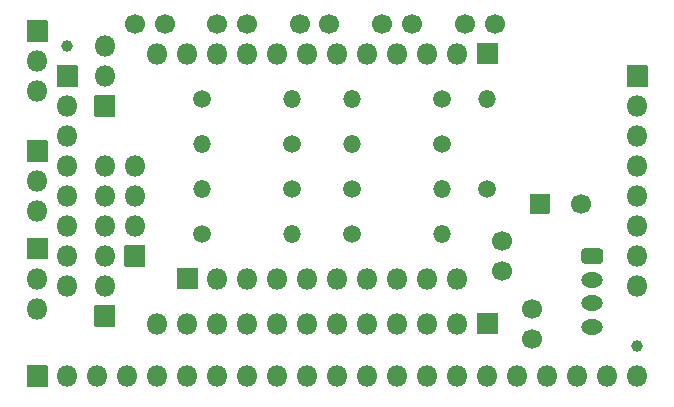
<source format=gts>
G04 #@! TF.GenerationSoftware,KiCad,Pcbnew,(5.1.10)-1*
G04 #@! TF.CreationDate,2021-08-26T20:40:18+02:00*
G04 #@! TF.ProjectId,JuntekOnSteroidsTTGO,4a756e74-656b-44f6-9e53-7465726f6964,2.5*
G04 #@! TF.SameCoordinates,PX5b716c8PY5b716c8*
G04 #@! TF.FileFunction,Soldermask,Top*
G04 #@! TF.FilePolarity,Negative*
%FSLAX46Y46*%
G04 Gerber Fmt 4.6, Leading zero omitted, Abs format (unit mm)*
G04 Created by KiCad (PCBNEW (5.1.10)-1) date 2021-08-26 20:40:18*
%MOMM*%
%LPD*%
G01*
G04 APERTURE LIST*
%ADD10O,1.800000X1.800000*%
%ADD11O,1.850000X1.300000*%
%ADD12O,1.500000X1.500000*%
%ADD13C,1.500000*%
%ADD14C,1.700000*%
%ADD15C,1.000000*%
G04 APERTURE END LIST*
D10*
G04 #@! TO.C,J61*
X10795000Y33020000D03*
X10795000Y30480000D03*
G36*
G01*
X11695000Y28790000D02*
X11695000Y27090000D01*
G75*
G02*
X11645000Y27040000I-50000J0D01*
G01*
X9945000Y27040000D01*
G75*
G02*
X9895000Y27090000I0J50000D01*
G01*
X9895000Y28790000D01*
G75*
G02*
X9945000Y28840000I50000J0D01*
G01*
X11645000Y28840000D01*
G75*
G02*
X11695000Y28790000I0J-50000D01*
G01*
G37*
G04 #@! TD*
G04 #@! TO.C,J12*
X5080000Y10795000D03*
X5080000Y13335000D03*
G36*
G01*
X5980000Y16725000D02*
X5980000Y15025000D01*
G75*
G02*
X5930000Y14975000I-50000J0D01*
G01*
X4230000Y14975000D01*
G75*
G02*
X4180000Y15025000I0J50000D01*
G01*
X4180000Y16725000D01*
G75*
G02*
X4230000Y16775000I50000J0D01*
G01*
X5930000Y16775000D01*
G75*
G02*
X5980000Y16725000I0J-50000D01*
G01*
G37*
G04 #@! TD*
G04 #@! TO.C,J22*
X10795000Y12700000D03*
G36*
G01*
X11695000Y11010000D02*
X11695000Y9310000D01*
G75*
G02*
X11645000Y9260000I-50000J0D01*
G01*
X9945000Y9260000D01*
G75*
G02*
X9895000Y9310000I0J50000D01*
G01*
X9895000Y11010000D01*
G75*
G02*
X9945000Y11060000I50000J0D01*
G01*
X11645000Y11060000D01*
G75*
G02*
X11695000Y11010000I0J-50000D01*
G01*
G37*
G04 #@! TD*
G04 #@! TO.C,J21*
X10795000Y22860000D03*
X13335000Y22860000D03*
X10795000Y20320000D03*
X13335000Y20320000D03*
X10795000Y17780000D03*
X13335000Y17780000D03*
X10795000Y15240000D03*
G36*
G01*
X14235000Y16090000D02*
X14235000Y14390000D01*
G75*
G02*
X14185000Y14340000I-50000J0D01*
G01*
X12485000Y14340000D01*
G75*
G02*
X12435000Y14390000I0J50000D01*
G01*
X12435000Y16090000D01*
G75*
G02*
X12485000Y16140000I50000J0D01*
G01*
X14185000Y16140000D01*
G75*
G02*
X14235000Y16090000I0J-50000D01*
G01*
G37*
G04 #@! TD*
G04 #@! TO.C,J11*
X5080000Y19050000D03*
X5080000Y21590000D03*
G36*
G01*
X5980000Y24980000D02*
X5980000Y23280000D01*
G75*
G02*
X5930000Y23230000I-50000J0D01*
G01*
X4230000Y23230000D01*
G75*
G02*
X4180000Y23280000I0J50000D01*
G01*
X4180000Y24980000D01*
G75*
G02*
X4230000Y25030000I50000J0D01*
G01*
X5930000Y25030000D01*
G75*
G02*
X5980000Y24980000I0J-50000D01*
G01*
G37*
G04 #@! TD*
D11*
G04 #@! TO.C,J7*
X52070000Y9240000D03*
X52070000Y11240000D03*
X52070000Y13240000D03*
G36*
G01*
X51415832Y15890000D02*
X52724168Y15890000D01*
G75*
G02*
X52995000Y15619168I0J-270832D01*
G01*
X52995000Y14860832D01*
G75*
G02*
X52724168Y14590000I-270832J0D01*
G01*
X51415832Y14590000D01*
G75*
G02*
X51145000Y14860832I0J270832D01*
G01*
X51145000Y15619168D01*
G75*
G02*
X51415832Y15890000I270832J0D01*
G01*
G37*
G04 #@! TD*
D10*
G04 #@! TO.C,J10*
X40640000Y13335000D03*
X38100000Y13335000D03*
X35560000Y13335000D03*
X33020000Y13335000D03*
X30480000Y13335000D03*
X27940000Y13335000D03*
X25400000Y13335000D03*
X22860000Y13335000D03*
X20320000Y13335000D03*
G36*
G01*
X18630000Y12435000D02*
X16930000Y12435000D01*
G75*
G02*
X16880000Y12485000I0J50000D01*
G01*
X16880000Y14185000D01*
G75*
G02*
X16930000Y14235000I50000J0D01*
G01*
X18630000Y14235000D01*
G75*
G02*
X18680000Y14185000I0J-50000D01*
G01*
X18680000Y12485000D01*
G75*
G02*
X18630000Y12435000I-50000J0D01*
G01*
G37*
G04 #@! TD*
D12*
G04 #@! TO.C,R13*
X39370000Y20955000D03*
D13*
X31750000Y20955000D03*
G04 #@! TD*
D14*
G04 #@! TO.C,C6*
X46990000Y10755000D03*
X46990000Y8255000D03*
G04 #@! TD*
G04 #@! TO.C,C5*
X13375000Y34925000D03*
X15875000Y34925000D03*
G04 #@! TD*
D10*
G04 #@! TO.C,J30*
X55880000Y5080000D03*
X53340000Y5080000D03*
X50800000Y5080000D03*
X48260000Y5080000D03*
X45720000Y5080000D03*
X43180000Y5080000D03*
X40640000Y5080000D03*
X38100000Y5080000D03*
X35560000Y5080000D03*
X33020000Y5080000D03*
X30480000Y5080000D03*
X27940000Y5080000D03*
X25400000Y5080000D03*
X22860000Y5080000D03*
X20320000Y5080000D03*
X17780000Y5080000D03*
X15240000Y5080000D03*
X12700000Y5080000D03*
X10160000Y5080000D03*
X7620000Y5080000D03*
G36*
G01*
X4230000Y5980000D02*
X5930000Y5980000D01*
G75*
G02*
X5980000Y5930000I0J-50000D01*
G01*
X5980000Y4230000D01*
G75*
G02*
X5930000Y4180000I-50000J0D01*
G01*
X4230000Y4180000D01*
G75*
G02*
X4180000Y4230000I0J50000D01*
G01*
X4180000Y5930000D01*
G75*
G02*
X4230000Y5980000I50000J0D01*
G01*
G37*
G04 #@! TD*
D12*
G04 #@! TO.C,R20*
X26670000Y28575000D03*
D13*
X19050000Y28575000D03*
G04 #@! TD*
D12*
G04 #@! TO.C,R18*
X26670000Y17145000D03*
D13*
X19050000Y17145000D03*
G04 #@! TD*
D12*
G04 #@! TO.C,R17*
X39370000Y17145000D03*
D13*
X31750000Y17145000D03*
G04 #@! TD*
D12*
G04 #@! TO.C,R16*
X19050000Y20955000D03*
D13*
X26670000Y20955000D03*
G04 #@! TD*
D12*
G04 #@! TO.C,R15*
X43180000Y28575000D03*
D13*
X43180000Y20955000D03*
G04 #@! TD*
D12*
G04 #@! TO.C,R12*
X31750000Y28575000D03*
D13*
X39370000Y28575000D03*
G04 #@! TD*
D12*
G04 #@! TO.C,R11*
X31750000Y24765000D03*
D13*
X39370000Y24765000D03*
G04 #@! TD*
D14*
G04 #@! TO.C,C3*
X36790000Y34925000D03*
X34290000Y34925000D03*
G04 #@! TD*
G04 #@! TO.C,C2*
X27305000Y34925000D03*
X29805000Y34925000D03*
G04 #@! TD*
G04 #@! TO.C,C1*
X22820000Y34925000D03*
X20320000Y34925000D03*
G04 #@! TD*
D12*
G04 #@! TO.C,R14*
X19050000Y24765000D03*
D13*
X26670000Y24765000D03*
G04 #@! TD*
D10*
G04 #@! TO.C,J6*
X5080000Y29210000D03*
X5080000Y31750000D03*
G36*
G01*
X5980000Y35140000D02*
X5980000Y33440000D01*
G75*
G02*
X5930000Y33390000I-50000J0D01*
G01*
X4230000Y33390000D01*
G75*
G02*
X4180000Y33440000I0J50000D01*
G01*
X4180000Y35140000D01*
G75*
G02*
X4230000Y35190000I50000J0D01*
G01*
X5930000Y35190000D01*
G75*
G02*
X5980000Y35140000I0J-50000D01*
G01*
G37*
G04 #@! TD*
D14*
G04 #@! TO.C,C8*
X44450000Y14010000D03*
X44450000Y16510000D03*
G04 #@! TD*
G04 #@! TO.C,C4*
X41315000Y34925000D03*
X43815000Y34925000D03*
G04 #@! TD*
G04 #@! TO.C,C7*
X51125000Y19685000D03*
G36*
G01*
X46775000Y18885000D02*
X46775000Y20485000D01*
G75*
G02*
X46825000Y20535000I50000J0D01*
G01*
X48425000Y20535000D01*
G75*
G02*
X48475000Y20485000I0J-50000D01*
G01*
X48475000Y18885000D01*
G75*
G02*
X48425000Y18835000I-50000J0D01*
G01*
X46825000Y18835000D01*
G75*
G02*
X46775000Y18885000I0J50000D01*
G01*
G37*
G04 #@! TD*
D15*
G04 #@! TO.C,FID3*
X55880000Y7620000D03*
G04 #@! TD*
G04 #@! TO.C,FID1*
X7620000Y33020000D03*
G04 #@! TD*
D10*
G04 #@! TO.C,J5*
X15240000Y9525000D03*
X17780000Y9525000D03*
X20320000Y9525000D03*
X22860000Y9525000D03*
X25400000Y9525000D03*
X27940000Y9525000D03*
X30480000Y9525000D03*
X33020000Y9525000D03*
X35560000Y9525000D03*
X38100000Y9525000D03*
X40640000Y9525000D03*
G36*
G01*
X42330000Y10425000D02*
X44030000Y10425000D01*
G75*
G02*
X44080000Y10375000I0J-50000D01*
G01*
X44080000Y8675000D01*
G75*
G02*
X44030000Y8625000I-50000J0D01*
G01*
X42330000Y8625000D01*
G75*
G02*
X42280000Y8675000I0J50000D01*
G01*
X42280000Y10375000D01*
G75*
G02*
X42330000Y10425000I50000J0D01*
G01*
G37*
G04 #@! TD*
G04 #@! TO.C,J4*
X15240000Y32385000D03*
X17780000Y32385000D03*
X20320000Y32385000D03*
X22860000Y32385000D03*
X25400000Y32385000D03*
X27940000Y32385000D03*
X30480000Y32385000D03*
X33020000Y32385000D03*
X35560000Y32385000D03*
X38100000Y32385000D03*
X40640000Y32385000D03*
G36*
G01*
X42330000Y33285000D02*
X44030000Y33285000D01*
G75*
G02*
X44080000Y33235000I0J-50000D01*
G01*
X44080000Y31535000D01*
G75*
G02*
X44030000Y31485000I-50000J0D01*
G01*
X42330000Y31485000D01*
G75*
G02*
X42280000Y31535000I0J50000D01*
G01*
X42280000Y33235000D01*
G75*
G02*
X42330000Y33285000I50000J0D01*
G01*
G37*
G04 #@! TD*
G04 #@! TO.C,J2*
X55880000Y12700000D03*
X55880000Y15240000D03*
X55880000Y17780000D03*
X55880000Y20320000D03*
X55880000Y22860000D03*
X55880000Y25400000D03*
X55880000Y27940000D03*
G36*
G01*
X56780000Y31330000D02*
X56780000Y29630000D01*
G75*
G02*
X56730000Y29580000I-50000J0D01*
G01*
X55030000Y29580000D01*
G75*
G02*
X54980000Y29630000I0J50000D01*
G01*
X54980000Y31330000D01*
G75*
G02*
X55030000Y31380000I50000J0D01*
G01*
X56730000Y31380000D01*
G75*
G02*
X56780000Y31330000I0J-50000D01*
G01*
G37*
G04 #@! TD*
G04 #@! TO.C,J1*
X7620000Y12700000D03*
X7620000Y15240000D03*
X7620000Y17780000D03*
X7620000Y20320000D03*
X7620000Y22860000D03*
X7620000Y25400000D03*
X7620000Y27940000D03*
G36*
G01*
X8520000Y31330000D02*
X8520000Y29630000D01*
G75*
G02*
X8470000Y29580000I-50000J0D01*
G01*
X6770000Y29580000D01*
G75*
G02*
X6720000Y29630000I0J50000D01*
G01*
X6720000Y31330000D01*
G75*
G02*
X6770000Y31380000I50000J0D01*
G01*
X8470000Y31380000D01*
G75*
G02*
X8520000Y31330000I0J-50000D01*
G01*
G37*
G04 #@! TD*
M02*

</source>
